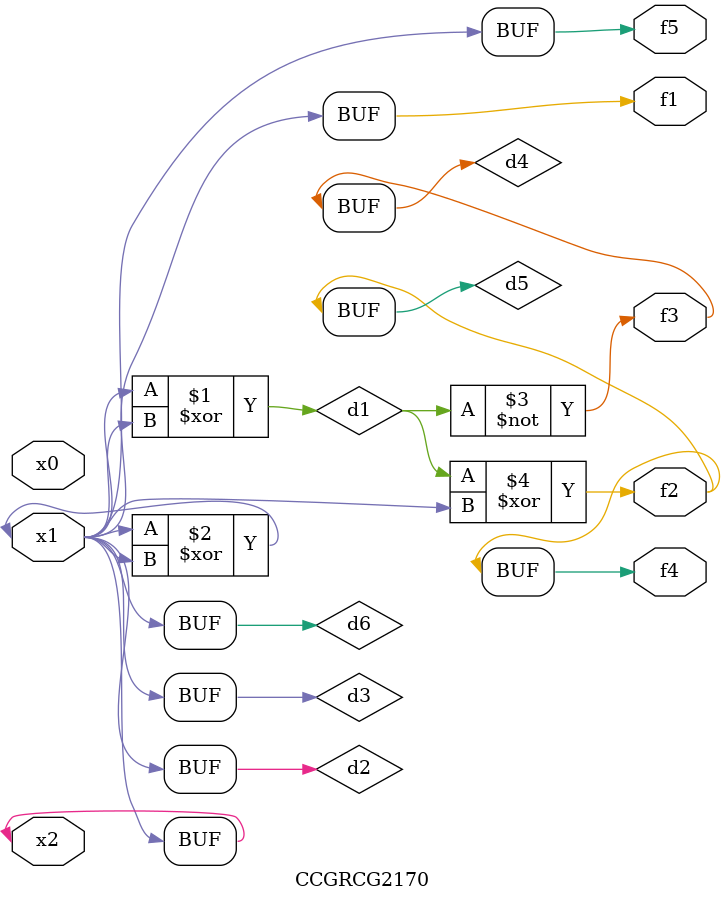
<source format=v>
module CCGRCG2170(
	input x0, x1, x2,
	output f1, f2, f3, f4, f5
);

	wire d1, d2, d3, d4, d5, d6;

	xor (d1, x1, x2);
	buf (d2, x1, x2);
	xor (d3, x1, x2);
	nor (d4, d1);
	xor (d5, d1, d2);
	buf (d6, d2, d3);
	assign f1 = d6;
	assign f2 = d5;
	assign f3 = d4;
	assign f4 = d5;
	assign f5 = d6;
endmodule

</source>
